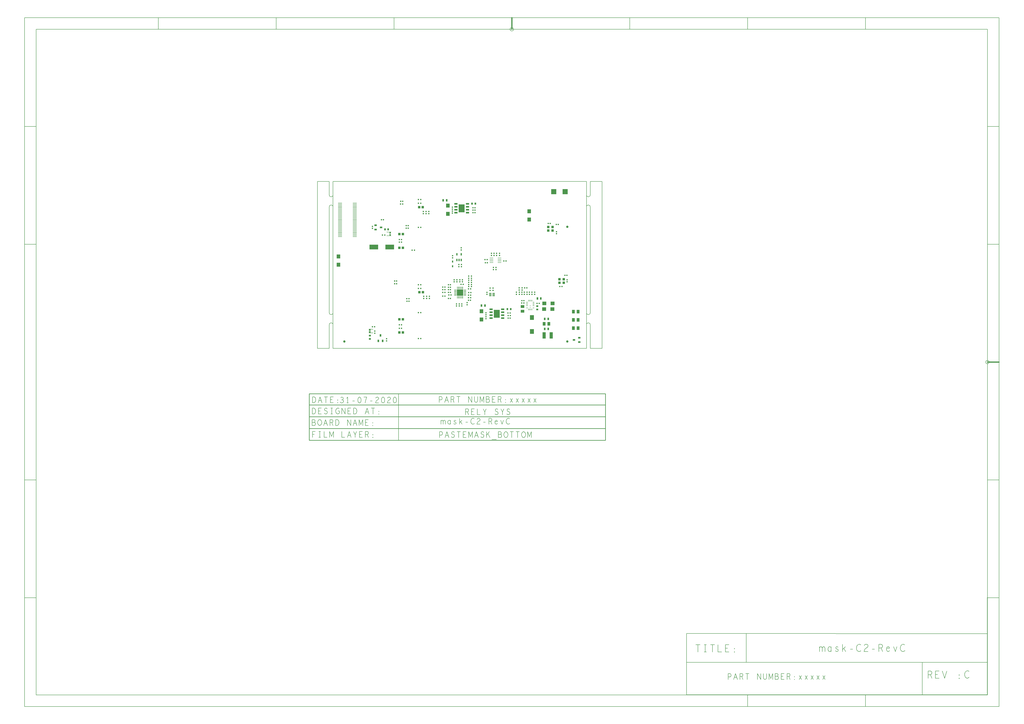
<source format=gbr>
G04 ================== begin FILE IDENTIFICATION RECORD ==================*
G04 Layout Name:  E:/Mask Board/WORK/16-05-22/mask-C2-RevC.brd*
G04 Film Name:    mask-C2-RevC_PMB.gbr*
G04 File Format:  Gerber RS274X*
G04 File Origin:  Cadence Allegro 16.6-P004*
G04 Origin Date:  Mon May 16 22:50:50 2022*
G04 *
G04 Layer:  PIN/PASTEMASK_BOTTOM*
G04 Layer:  PACKAGE GEOMETRY/PASTEMASK_BOTTOM*
G04 Layer:  DRAWING FORMAT/OUTLINE_DATA*
G04 Layer:  BOARD GEOMETRY/OUTLINE*
G04 *
G04 Offset:    (0.00 0.00)*
G04 Mirror:    No*
G04 Mode:      Positive*
G04 Rotation:  0*
G04 FullContactRelief:  No*
G04 UndefLineWidth:     6.00*
G04 ================== end FILE IDENTIFICATION RECORD ====================*
%FSLAX55Y55*MOIN*%
%IR0*IPPOS*OFA0.00000B0.00000*MIA0B0*SFA1.00000B1.00000*%
%ADD47R,.08504X.08898*%
%ADD43R,.055X.11*%
%ADD42R,.02X.02*%
%ADD18R,.021X.021*%
%ADD41R,.0087X.0142*%
%ADD17R,.0244X.0244*%
%ADD40R,.0087X.0157*%
%AMMACRO32*
4,1,21,-.004,.02,
-.004,-.016,
-.003939,-.016695,
-.003759,-.017368,
-.003464,-.018,
-.003064,-.018571,
-.002571,-.019064,
-.002,-.019464,
-.001368,-.019759,
-.000695,-.019939,
0.0,-.02,
.000695,-.019939,
.001368,-.019759,
.002,-.019464,
.002571,-.019064,
.003064,-.018571,
.003464,-.018,
.003759,-.017368,
.003939,-.016695,
.004,-.016,
.004,.02,
-.004,.02,
0.0*
%
%ADD32MACRO32*%
%AMMACRO30*
4,1,21,.02,.004,
-.016,.004,
-.016695,.003939,
-.017368,.003759,
-.018,.003464,
-.018571,.003064,
-.019064,.002571,
-.019464,.002,
-.019759,.001368,
-.019939,.000695,
-.02,0.0,
-.019939,-.000695,
-.019759,-.001368,
-.019464,-.002,
-.019064,-.002571,
-.018571,-.003064,
-.018,-.003464,
-.017368,-.003759,
-.016695,-.003939,
-.016,-.004,
.02,-.004,
.02,.004,
0.0*
%
%ADD30MACRO30*%
%ADD10C,.03937*%
%ADD38R,.0276X.0098*%
%ADD39R,.0098X.0276*%
%ADD14R,.00984X.02362*%
%ADD35R,.05906X.00787*%
%ADD15R,.14764X.07874*%
%ADD12R,.07087X.00787*%
%ADD33R,.09894X.13394*%
%ADD26R,.02X.032*%
%ADD24R,.024X.022*%
%ADD46R,.04X.043*%
%ADD22R,.022X.024*%
%ADD19R,.04X.025*%
%ADD21R,.043X.04*%
%ADD16R,.025X.04*%
%ADD45R,.07X.06*%
%ADD11R,.06X.07*%
%ADD34R,.039X.012*%
%ADD13R,.038X.031*%
%ADD20R,.031X.038*%
%ADD23R,.028X.043*%
%ADD36R,.059X.051*%
%ADD44R,.051X.059*%
%ADD29R,.105X.105*%
%ADD27R,.02362X.04331*%
%AMMACRO31*
4,1,21,.004,-.02,
.004,.016,
.003939,.016695,
.003759,.017368,
.003464,.018,
.003064,.018571,
.002571,.019064,
.002,.019464,
.001368,.019759,
.000695,.019939,
0.0,.02,
-.000695,.019939,
-.001368,.019759,
-.002,.019464,
-.002571,.019064,
-.003064,.018571,
-.003464,.018,
-.003759,.017368,
-.003939,.016695,
-.004,.016,
-.004,-.02,
.004,-.02,
0.0*
%
%ADD31MACRO31*%
%AMMACRO25*
4,1,21,-.02,-.004,
.016,-.004,
.016695,-.003939,
.017368,-.003759,
.018,-.003464,
.018571,-.003064,
.019064,-.002571,
.019464,-.002,
.019759,-.001368,
.019939,-.000695,
.02,0.0,
.019939,.000695,
.019759,.001368,
.019464,.002,
.019064,.002571,
.018571,.003064,
.018,.003464,
.017368,.003759,
.016695,.003939,
.016,.004,
-.02,.004,
-.02,-.004,
0.0*
%
%ADD25MACRO25*%
%ADD28R,.05532X.02764*%
%ADD37R,.0669X.0787*%
%ADD48C,.01*%
%ADD49C,.01969*%
%ADD50C,.005*%
%ADD51C,.006*%
%ADD52C,.00787*%
G75*
%LPD*%
G75*
G36*
G01X61067Y25950D02*
Y28509D01*
X63996D01*
Y25950D01*
X61067D01*
G37*
G36*
G01Y29691D02*
Y32250D01*
X64004D01*
Y29691D01*
X61067D01*
G37*
G36*
G01X98433Y197150D02*
Y194591D01*
X95504D01*
Y197150D01*
X98433D01*
G37*
G36*
G01Y193409D02*
Y190850D01*
X95496D01*
Y193409D01*
X98433D01*
G37*
G54D10*
X19310Y11270D03*
X397590D03*
Y206120D03*
G54D20*
X88171Y201790D03*
X93721D03*
X241608Y245500D03*
X236058D03*
X301695Y66260D03*
X296145D03*
G54D11*
X9351Y141747D03*
Y155747D03*
X194895Y227869D03*
Y241869D03*
X252136Y48750D03*
Y62750D03*
X333000Y218400D03*
Y232400D03*
G54D21*
X112550Y26600D03*
Y49100D03*
Y170268D03*
Y193768D03*
X118650Y26600D03*
Y49100D03*
Y170268D03*
Y193768D03*
X146650Y94900D03*
X146350Y239200D03*
X152750Y94900D03*
X152450Y239200D03*
G54D12*
X12070Y189268D03*
Y191238D03*
Y193208D03*
Y195178D03*
Y197148D03*
Y199118D03*
Y201088D03*
Y203058D03*
Y205028D03*
Y206998D03*
Y208968D03*
Y210938D03*
Y212908D03*
Y214878D03*
Y216848D03*
Y218818D03*
Y220788D03*
Y222758D03*
Y224728D03*
Y226698D03*
Y228668D03*
Y230638D03*
Y232608D03*
Y234568D03*
Y236538D03*
Y238508D03*
Y240478D03*
Y242448D03*
Y244418D03*
Y246388D03*
X36870Y189268D03*
Y206998D03*
Y205028D03*
Y203058D03*
Y201088D03*
Y199118D03*
Y197148D03*
Y195178D03*
Y193208D03*
Y191238D03*
Y222758D03*
Y220788D03*
Y218818D03*
Y216848D03*
Y214878D03*
Y212908D03*
Y210938D03*
Y208968D03*
Y228668D03*
Y230638D03*
Y232608D03*
Y234568D03*
Y236538D03*
Y238508D03*
Y226698D03*
Y224728D03*
Y240478D03*
Y242448D03*
Y244418D03*
Y246388D03*
G54D30*
X223825Y94300D03*
Y92725D03*
Y91150D03*
Y89575D03*
Y99025D03*
Y97450D03*
Y95875D03*
G54D31*
X220450Y86200D03*
X218875D03*
X217300D03*
X215725D03*
X214150D03*
X212575D03*
X211000D03*
G54D13*
X62500Y15825D03*
Y21375D03*
X346800Y71385D03*
Y65835D03*
G54D22*
X108075Y109460D03*
X104675D03*
X128900Y79585D03*
X125500D03*
X127770Y208093D03*
X124370D03*
X118344Y249181D03*
X114944D03*
X199400Y84200D03*
X196000D03*
X199425Y94760D03*
X196025D03*
X199425Y99260D03*
X196025D03*
X199425Y103300D03*
X196025D03*
X199425Y107800D03*
X196025D03*
X240933Y238400D03*
X237533D03*
X240933Y230000D03*
X237533D03*
X300700Y50900D03*
X297300D03*
X300500Y59700D03*
X297100D03*
X320570Y80710D03*
X323970D03*
G54D40*
X334800Y68878D03*
G54D50*
G01X-6200Y-275D02*
X-26200D01*
Y283133D01*
X-6200D01*
G01Y39972D02*
Y-275D01*
G01X0Y39972D02*
Y29972D01*
G01X-6200Y39972D02*
G02X0I3100J0D01*
G01Y59972D02*
G02X-6200I-3100J0D01*
G01X0D02*
Y69972D01*
G01X-6200Y59972D02*
Y229972D01*
G01X0Y239972D02*
Y229972D01*
G01X-6200Y239972D02*
Y229972D01*
G01Y239972D02*
G02X0I3100J0D01*
G01Y259972D02*
G02X-6200I-3100J0D01*
G01X0D02*
Y269972D01*
G01X-6200Y259972D02*
Y283133D01*
G01X430315Y39972D02*
Y29972D01*
G01Y39972D02*
G02X436515I3100J0D01*
G01Y59972D02*
G02X430315I-3100J0D01*
G01D02*
Y69972D01*
G01Y239972D02*
Y229972D01*
G01Y239972D02*
G02X436515I3100J0D01*
G01Y259972D02*
G02X430315I-3100J0D01*
G01D02*
Y269972D01*
G01X436515Y283133D02*
X456515D01*
Y-275D01*
X436515D01*
G01Y39972D02*
Y-275D01*
G01Y59972D02*
Y69972D01*
G01Y239972D02*
Y69972D01*
G01Y259972D02*
Y283133D01*
G54D23*
X192966Y251108D03*
X187060D03*
X258053Y72400D03*
X252147D03*
X346850Y84410D03*
X352750D03*
X359350Y32510D03*
X365250D03*
X359447Y49810D03*
X365353D03*
G54D14*
X65484Y26147D03*
X63516D03*
X61547D03*
Y32053D03*
X63516D03*
X65484D03*
X67453Y26147D03*
Y32053D03*
X95984Y191047D03*
X94016D03*
X92047D03*
Y196953D03*
X94016D03*
X95984D03*
X97953Y191047D03*
Y196953D03*
G54D32*
X211000Y102400D03*
X212575D03*
X214150D03*
X215725D03*
X217300D03*
X218875D03*
X220450D03*
G54D41*
X334800Y71909D03*
G54D51*
G01X-523241Y-608335D02*
Y560956D01*
G01Y-608335D02*
X1130302D01*
G01X-523241Y560956D02*
X1130302D01*
G01X-34740Y-151376D02*
Y-141376D01*
G01X-31740Y-146209D02*
X-34740D01*
G01Y-141376D02*
X-29990D01*
G01X-31515Y-125977D02*
X-35390D01*
G01Y-131310D02*
X-31265D01*
G01X-35390Y-121310D02*
Y-131310D01*
G01X-32015Y-121310D02*
X-35390D01*
G01X-32415Y-101776D02*
X-31415Y-102276D01*
G01X-34915Y-101776D02*
X-32415D01*
G01Y-111776D02*
X-34915D01*
G01X-31415Y-111276D02*
X-32415Y-111776D01*
G01X-34915D02*
Y-101776D01*
G01X-32215Y-92576D02*
X-34715D01*
G01X-31215Y-92076D02*
X-32215Y-92576D01*
G01X-34715D02*
Y-82576D01*
G01X-32215D02*
X-31215Y-83076D01*
G01X-34715Y-82576D02*
X-32215D01*
G01X-23865Y-151376D02*
X-20865D01*
G01X-22365Y-141376D02*
Y-151376D01*
G01X-23865Y-141376D02*
X-20865D01*
G01X-21515Y-131143D02*
X-22515Y-131310D01*
G01X-20640Y-130477D02*
X-21515Y-131143D01*
G01X-19890Y-129477D02*
X-20640Y-130477D01*
G01X-19390Y-128310D02*
X-19890Y-129477D01*
G01X-19140Y-126977D02*
X-19390Y-128310D01*
G01X-19140Y-125643D02*
Y-126977D01*
G01X-19390Y-124310D02*
X-19140Y-125643D01*
G01X-19890Y-123143D02*
X-19390Y-124310D01*
G01X-20640Y-122143D02*
X-19890Y-123143D01*
G01X-21515Y-121477D02*
X-20640Y-122143D01*
G01X-22515Y-121310D02*
X-21515Y-121477D01*
G01X-23515D02*
X-22515Y-121310D01*
G01X-24390Y-122143D02*
X-23515Y-121477D01*
G01X-25140Y-123143D02*
X-24390Y-122143D01*
G01X-25640Y-124310D02*
X-25140Y-123143D01*
G01X-25890Y-125643D02*
X-25640Y-124310D01*
G01X-25890Y-126977D02*
Y-125643D01*
G01X-25640Y-128310D02*
X-25890Y-126977D01*
G01X-25140Y-129477D02*
X-25640Y-128310D01*
G01X-24390Y-130477D02*
X-25140Y-129477D01*
G01X-23515Y-131143D02*
X-24390Y-130477D01*
G01X-22515Y-131310D02*
X-23515Y-131143D01*
G01X-30640Y-126310D02*
X-31515Y-125977D01*
G01X-29890Y-127310D02*
X-30640Y-126310D01*
G01X-29640Y-128477D02*
X-29890Y-127310D01*
G01Y-129643D02*
X-29640Y-128477D01*
G01X-30390Y-130643D02*
X-29890Y-129643D01*
G01X-31265Y-131310D02*
X-30390Y-130643D01*
G01X-31140Y-121810D02*
X-32015Y-121310D01*
G01X-30640Y-122477D02*
X-31140Y-121810D01*
G01X-30390Y-123477D02*
X-30640Y-122477D01*
G01Y-124644D02*
X-30390Y-123477D01*
G01X-31015Y-125477D02*
X-30640Y-124644D01*
G01X-31515Y-125977D02*
X-31015Y-125477D01*
G01X-24665Y-101776D02*
X-19665D01*
G01X-21665Y-106609D02*
X-24665D01*
G01Y-111776D02*
Y-101776D01*
G01X-19665Y-111776D02*
X-24665D01*
G01X-30665Y-110610D02*
X-31415Y-111276D01*
G01X-30040Y-109609D02*
X-30665Y-110610D01*
G01X-29540Y-108443D02*
X-30040Y-109609D01*
G01X-29415Y-106776D02*
X-29540Y-108443D01*
G01Y-105110D02*
X-29415Y-106776D01*
G01X-30040Y-103943D02*
X-29540Y-105110D01*
G01X-30665Y-102943D02*
X-30040Y-103943D01*
G01X-31415Y-102276D02*
X-30665Y-102943D01*
G01X-19965Y-89076D02*
X-23965D01*
G01X-21965Y-82576D02*
X-18840Y-92576D01*
G01X-25090D02*
X-21965Y-82576D01*
G01X-29340Y-85910D02*
X-29215Y-87576D01*
G01X-29840Y-84743D02*
X-29340Y-85910D01*
G01X-30465Y-83743D02*
X-29840Y-84743D01*
G01X-31215Y-83076D02*
X-30465Y-83743D01*
G01Y-91410D02*
X-31215Y-92076D01*
G01X-29840Y-90409D02*
X-30465Y-91410D01*
G01X-29340Y-89243D02*
X-29840Y-90409D01*
G01X-29215Y-87576D02*
X-29340Y-89243D01*
G01X-2365Y-149709D02*
X885Y-141376D01*
G01X-5615D02*
X-2365Y-149709D01*
G01X-5615Y-151376D02*
Y-141376D01*
G01X-14865Y-151376D02*
X-9865D01*
G01X-14865Y-141376D02*
Y-151376D01*
G01X-1890Y-126477D02*
X-15Y-131310D01*
G01X-1890Y-126477D02*
X-5015D01*
G01X-1015Y-125977D02*
X-1890Y-126477D01*
G01X-265Y-125143D02*
X-1015Y-125977D01*
G01X-15Y-123810D02*
X-265Y-125143D01*
G01Y-122477D02*
X-15Y-123810D01*
G01X-890Y-121810D02*
X-265Y-122477D01*
G01X-1890Y-121310D02*
X-890Y-121810D01*
G01X-5015Y-121310D02*
X-1890D01*
G01X-5015Y-131310D02*
Y-121310D01*
G01X-12515D02*
X-9390Y-131310D01*
G01X-10515Y-127810D02*
X-14515D01*
G01X-15640Y-131310D02*
X-12515Y-121310D01*
G01X-3665Y-101776D02*
X-665D01*
G01X-11665D02*
X-10790Y-102109D01*
G01X-12540Y-101776D02*
X-11665D01*
G01X-3665Y-111776D02*
X-665D01*
G01X-2165Y-101776D02*
Y-111776D01*
G01X-10790Y-102109D02*
X-10040Y-102943D01*
G01X-11540Y-106443D02*
X-13040Y-106109D01*
G01X-10415Y-107109D02*
X-11540Y-106443D01*
G01X-9790Y-108110D02*
X-10415Y-107109D01*
G01X-9540Y-109276D02*
X-9790Y-108110D01*
G01X-9915Y-110443D02*
X-9540Y-109276D01*
G01X-10665Y-111276D02*
X-9915Y-110443D01*
G01X-11665Y-111776D02*
X-10665Y-111276D01*
G01X-12665Y-111776D02*
X-11665D01*
G01X-13415Y-102276D02*
X-12540Y-101776D01*
G01X-14040Y-103109D02*
X-13415Y-102276D01*
G01X-14290Y-104276D02*
X-14040Y-103109D01*
G01X-13915Y-105443D02*
X-14290Y-104276D01*
G01X-13040Y-106109D02*
X-13915Y-105443D01*
G01X-13790Y-111276D02*
X-12665Y-111776D01*
G01X-14790Y-110443D02*
X-13790Y-111276D01*
G01X-1465Y-87409D02*
X-4465D01*
G01Y-92576D02*
Y-82576D01*
G01X535Y-92576D02*
X-4465D01*
G01X-11965Y-82576D02*
Y-92576D01*
G01X-4465Y-82576D02*
X535D01*
G01X-14840D02*
X-9090D01*
G01X430315Y-275D02*
Y283133D01*
X0D01*
Y-275D01*
X430315D01*
G01X15135Y-151376D02*
X20135D01*
G01X15135Y-141376D02*
Y-151376D01*
G01X885Y-141376D02*
Y-151376D01*
G01X7235Y-131310D02*
X4735D01*
G01X8235Y-130810D02*
X7235Y-131310D01*
G01X8985Y-130144D02*
X8235Y-130810D01*
G01X9610Y-129143D02*
X8985Y-130144D01*
G01X10110Y-127977D02*
X9610Y-129143D01*
G01X10235Y-126310D02*
X10110Y-127977D01*
G01Y-124644D02*
X10235Y-126310D01*
G01X9610Y-123477D02*
X10110Y-124644D01*
G01X8985Y-122477D02*
X9610Y-123477D01*
G01X8235Y-121810D02*
X8985Y-122477D01*
G01X7235Y-121310D02*
X8235Y-121810D01*
G01X4735Y-121310D02*
X7235D01*
G01X4735Y-131310D02*
Y-121310D01*
G01X8710Y-101776D02*
X9710Y-102109D01*
G01X7835Y-101776D02*
X8710D01*
G01X6835Y-102276D02*
X7835Y-101776D01*
G01X14960D02*
X20710Y-111776D01*
G01X14960D02*
Y-101776D01*
G01X9710Y-102109D02*
X10460Y-102776D01*
G01X6085Y-102943D02*
X6835Y-102276D01*
G01X5335Y-103943D02*
X6085Y-102943D01*
G01X4835Y-105110D02*
X5335Y-103943D01*
G01X4585Y-106109D02*
X4835Y-105110D01*
G01X4585Y-107276D02*
Y-106109D01*
G01X4835Y-108609D02*
X4585Y-107276D01*
G01X5335Y-109776D02*
X4835Y-108609D01*
G01X6085Y-110776D02*
X5335Y-109776D01*
G01X6960Y-111443D02*
X6085Y-110776D01*
G01X8210Y-111776D02*
X6960Y-111443D01*
G01X9460D02*
X8210Y-111776D01*
G01X10335Y-110776D02*
X9460Y-111443D01*
G01X11085Y-109776D02*
X10335Y-110776D01*
G01X11085Y-106776D02*
Y-109776D01*
G01X8585Y-106776D02*
X11085D01*
G01X12200Y-91000D02*
X12950Y-92167D01*
X13950Y-92833D01*
X15075Y-93000D01*
X16075Y-92833D01*
X17075Y-92000D01*
X17700Y-91000D01*
X17825Y-90000D01*
X17575Y-88834D01*
X16700Y-88000D01*
X15825Y-87667D01*
X14700D01*
G01X15825D02*
X16575Y-87167D01*
X17200Y-86334D01*
X17450Y-85333D01*
X17200Y-84333D01*
X16575Y-83500D01*
X15450Y-83000D01*
X14325Y-83167D01*
X13200Y-83833D01*
G01X24950Y-93000D02*
Y-83000D01*
X23450Y-85000D01*
G01Y-93000D02*
X26450D01*
G01X33325Y-89667D02*
X36575D01*
G01X44950Y-83000D02*
X43950Y-83333D01*
X43200Y-84167D01*
X42700Y-85167D01*
X42325Y-86500D01*
X42200Y-88000D01*
X42325Y-89500D01*
X42700Y-90833D01*
X43200Y-91834D01*
X43950Y-92667D01*
X44950Y-93000D01*
X45950Y-92667D01*
X46700Y-91834D01*
X47200Y-90833D01*
X47575Y-89500D01*
X47700Y-88000D01*
X47575Y-86500D01*
X47200Y-85167D01*
X46700Y-84167D01*
X45950Y-83333D01*
X44950Y-83000D01*
G01X54700Y-93000D02*
X54950Y-90833D01*
X55325Y-89000D01*
X55825Y-87333D01*
X56450Y-85500D01*
X57450Y-83000D01*
X52450D01*
G01X63325Y-89667D02*
X66575D01*
G01X72575Y-84667D02*
X73325Y-83667D01*
X74200Y-83167D01*
X75200Y-83000D01*
X76450Y-83333D01*
X77325Y-84167D01*
X77575Y-85167D01*
X77450Y-86167D01*
X76950Y-87000D01*
X74450Y-88667D01*
X73325Y-89833D01*
X72575Y-91500D01*
X72325Y-93000D01*
X77575D01*
G01X84950Y-83000D02*
X83950Y-83333D01*
X83200Y-84167D01*
X82700Y-85167D01*
X82325Y-86500D01*
X82200Y-88000D01*
X82325Y-89500D01*
X82700Y-90833D01*
X83200Y-91834D01*
X83950Y-92667D01*
X84950Y-93000D01*
X85950Y-92667D01*
X86700Y-91834D01*
X87200Y-90833D01*
X87575Y-89500D01*
X87700Y-88000D01*
X87575Y-86500D01*
X87200Y-85167D01*
X86700Y-84167D01*
X85950Y-83333D01*
X84950Y-83000D01*
G01X92575Y-84667D02*
X93325Y-83667D01*
X94200Y-83167D01*
X95200Y-83000D01*
X96450Y-83333D01*
X97325Y-84167D01*
X97575Y-85167D01*
X97450Y-86167D01*
X96950Y-87000D01*
X94450Y-88667D01*
X93325Y-89833D01*
X92575Y-91500D01*
X92325Y-93000D01*
X97575D01*
G01X104950Y-83000D02*
X103950Y-83333D01*
X103200Y-84167D01*
X102700Y-85167D01*
X102325Y-86500D01*
X102200Y-88000D01*
X102325Y-89500D01*
X102700Y-90833D01*
X103200Y-91834D01*
X103950Y-92667D01*
X104950Y-93000D01*
X105950Y-92667D01*
X106700Y-91834D01*
X107200Y-90833D01*
X107575Y-89500D01*
X107700Y-88000D01*
X107575Y-86500D01*
X107200Y-85167D01*
X106700Y-84167D01*
X105950Y-83333D01*
X104950Y-83000D01*
G01X8285Y-88243D02*
X8035Y-88410D01*
G01X8285Y-87909D02*
Y-88243D01*
G01X8035Y-87743D02*
X8285Y-87909D01*
G01X7785D02*
X8035Y-87743D01*
G01X7785Y-88243D02*
Y-87909D01*
G01X8035Y-88410D02*
X7785Y-88243D01*
G01X8285Y-92743D02*
X8035Y-92909D01*
G01X8285Y-92409D02*
Y-92743D01*
G01X8035Y-92243D02*
X8285Y-92409D01*
G01X7785D02*
X8035Y-92243D01*
G01X7785Y-92743D02*
Y-92409D01*
G01X8035Y-92909D02*
X7785Y-92743D01*
G01X29635Y-147876D02*
X25635D01*
G01X27635Y-141376D02*
X30760Y-151376D01*
G01X24510D02*
X27635Y-141376D01*
G01X30360Y-131310D02*
Y-121310D01*
G01X24610D02*
X30360Y-131310D01*
G01X24610D02*
Y-121310D01*
G01X25335Y-101776D02*
X30335D01*
G01X28335Y-106609D02*
X25335D01*
G01Y-111776D02*
Y-101776D01*
G01X30335Y-111776D02*
X25335D01*
G01X20710D02*
Y-101776D01*
G01X45135Y-151376D02*
Y-141376D01*
G01X50135Y-151376D02*
X45135D01*
G01X37635D02*
Y-146876D01*
G01X48135Y-146209D02*
X45135D01*
G01Y-141376D02*
X50135D01*
G01X40135D02*
X37635Y-146876D01*
G01D02*
X35135Y-141376D01*
G01X47485Y-129643D02*
X50735Y-121310D01*
G01X44235D02*
X47485Y-129643D01*
G01X44235Y-131310D02*
Y-121310D01*
G01X39485Y-127810D02*
X35485D01*
G01X37485Y-121310D02*
X40610Y-131310D01*
G01X34360D02*
X37485Y-121310D01*
G01X37585Y-101776D02*
X38585Y-102276D01*
G01Y-111276D02*
X37585Y-111776D01*
G01X39335Y-110610D02*
X38585Y-111276D01*
G01X39960Y-109609D02*
X39335Y-110610D01*
G01X40460Y-108443D02*
X39960Y-109609D01*
G01X40585Y-106776D02*
X40460Y-108443D01*
G01Y-105110D02*
X40585Y-106776D01*
G01X39960Y-103943D02*
X40460Y-105110D01*
G01X39335Y-102943D02*
X39960Y-103943D01*
G01X38585Y-102276D02*
X39335Y-102943D01*
G01X35085Y-101776D02*
X37585D01*
G01Y-111776D02*
X35085D01*
G01D02*
Y-101776D01*
G01X58260Y-146543D02*
X60135Y-151376D01*
G01X55135D02*
Y-141376D01*
G01X58260Y-146543D02*
X55135D01*
G01X59135Y-146043D02*
X58260Y-146543D01*
G01X59885Y-145209D02*
X59135Y-146043D01*
G01X60135Y-143876D02*
X59885Y-145209D01*
G01Y-142543D02*
X60135Y-143876D01*
G01X59260Y-141876D02*
X59885Y-142543D01*
G01X58260Y-141376D02*
X59260Y-141876D01*
G01X55135Y-141376D02*
X58260D01*
G01X57985Y-126143D02*
X54985D01*
G01Y-121310D02*
X59985D01*
G01X54985Y-131310D02*
Y-121310D01*
G01X59985Y-131310D02*
X54985D01*
G01X50735Y-121310D02*
Y-131310D01*
G01X59835Y-108276D02*
X55835D01*
G01X57835Y-101776D02*
X60960Y-111776D01*
G01X54710D02*
X57835Y-101776D01*
G01X67885Y-151543D02*
X67635Y-151709D01*
G01X67885Y-151209D02*
Y-151543D01*
G01X67635Y-151043D02*
X67885Y-151209D01*
G01X67385D02*
X67635Y-151043D01*
G01X67385Y-151543D02*
Y-151209D01*
G01X67635Y-151709D02*
X67385Y-151543D01*
G01X67885Y-147043D02*
X67635Y-147210D01*
G01X67885Y-146709D02*
Y-147043D01*
G01X67635Y-146543D02*
X67885Y-146709D01*
G01X67385D02*
X67635Y-146543D01*
G01X67385Y-147043D02*
Y-146709D01*
G01X67635Y-147210D02*
X67385Y-147043D01*
G01X67735Y-126977D02*
X67485Y-127144D01*
G01X67735Y-126643D02*
Y-126977D01*
G01X67485Y-126477D02*
X67735Y-126643D01*
G01Y-131477D02*
X67485Y-131643D01*
G01X67735Y-131143D02*
Y-131477D01*
G01X67485Y-130977D02*
X67735Y-131143D01*
G01X67235Y-126643D02*
X67485Y-126477D01*
G01X67235Y-126977D02*
Y-126643D01*
G01X67485Y-127144D02*
X67235Y-126977D01*
G01Y-131143D02*
X67485Y-130977D01*
G01X67235Y-131477D02*
Y-131143D01*
G01X67485Y-131643D02*
X67235Y-131477D01*
G01X78085Y-107443D02*
X77835Y-107610D01*
G01X78085Y-107109D02*
Y-107443D01*
G01X77835Y-106943D02*
X78085Y-107109D01*
G01X77585D02*
X77835Y-106943D01*
G01X77585Y-107443D02*
Y-107109D01*
G01X77835Y-107610D02*
X77585Y-107443D01*
G01X78085Y-111943D02*
X77835Y-112109D01*
G01X78085Y-111609D02*
Y-111943D01*
G01X77835Y-111443D02*
X78085Y-111609D01*
G01X77585D02*
X77835Y-111443D01*
G01X77585Y-111943D02*
Y-111609D01*
G01X77835Y-112109D02*
X77585Y-111943D01*
G01X67835Y-101776D02*
Y-111776D01*
G01X64960Y-101776D02*
X70710D01*
G01X111485Y-77697D02*
Y-155856D01*
G01X180975Y-151675D02*
Y-141675D01*
X183975D01*
X184975Y-142175D01*
X185725Y-143342D01*
X185975Y-144675D01*
X185725Y-146008D01*
X185100Y-147008D01*
X183975Y-147509D01*
X180975D01*
G01X190350Y-151675D02*
X193475Y-141675D01*
X196600Y-151675D01*
G01X195475Y-148175D02*
X191475D01*
G01X200850Y-150342D02*
X201850Y-151175D01*
X202975Y-151675D01*
X203975D01*
X204975Y-151175D01*
X205725Y-150342D01*
X206100Y-149175D01*
X205850Y-148009D01*
X205225Y-147008D01*
X204100Y-146342D01*
X202600Y-146008D01*
X201725Y-145342D01*
X201350Y-144175D01*
X201600Y-143008D01*
X202225Y-142175D01*
X203100Y-141675D01*
X203975D01*
X204850Y-142008D01*
X205600Y-142842D01*
G01X213475Y-141675D02*
Y-151675D01*
G01X210600Y-141675D02*
X216350D01*
G01X225975Y-151675D02*
X220975D01*
Y-141675D01*
X225975D01*
G01X223975Y-146508D02*
X220975D01*
G01X230225Y-151675D02*
Y-141675D01*
X233475Y-150008D01*
X236725Y-141675D01*
Y-151675D01*
G01X240350D02*
X243475Y-141675D01*
X246600Y-151675D01*
G01X245475Y-148175D02*
X241475D01*
G01X250850Y-150342D02*
X251850Y-151175D01*
X252975Y-151675D01*
X253975D01*
X254975Y-151175D01*
X255725Y-150342D01*
X256100Y-149175D01*
X255850Y-148009D01*
X255225Y-147008D01*
X254100Y-146342D01*
X252600Y-146008D01*
X251725Y-145342D01*
X251350Y-144175D01*
X251600Y-143008D01*
X252225Y-142175D01*
X253100Y-141675D01*
X253975D01*
X254850Y-142008D01*
X255600Y-142842D01*
G01X260725Y-151675D02*
Y-141675D01*
G01X265475D02*
X260725Y-147842D01*
G01X266225Y-151675D02*
X262850Y-145009D01*
G01X269725Y-155008D02*
X277225D01*
G01X284475Y-146342D02*
X284975Y-145842D01*
X285350Y-145009D01*
X285600Y-143842D01*
X285350Y-142842D01*
X284850Y-142175D01*
X283975Y-141675D01*
X280600D01*
Y-151675D01*
X284725D01*
X285600Y-151008D01*
X286100Y-150008D01*
X286350Y-148842D01*
X286100Y-147675D01*
X285350Y-146675D01*
X284475Y-146342D01*
X280600D01*
G01X293475Y-151675D02*
X292475Y-151508D01*
X291600Y-150842D01*
X290850Y-149842D01*
X290350Y-148675D01*
X290100Y-147342D01*
Y-146008D01*
X290350Y-144675D01*
X290850Y-143508D01*
X291600Y-142508D01*
X292475Y-141842D01*
X293475Y-141675D01*
X294475Y-141842D01*
X295350Y-142508D01*
X296100Y-143508D01*
X296600Y-144675D01*
X296850Y-146008D01*
Y-147342D01*
X296600Y-148675D01*
X296100Y-149842D01*
X295350Y-150842D01*
X294475Y-151508D01*
X293475Y-151675D01*
G01X303475Y-141675D02*
Y-151675D01*
G01X300600Y-141675D02*
X306350D01*
G01X313475D02*
Y-151675D01*
G01X310600Y-141675D02*
X316350D01*
G01X323475Y-151675D02*
X322475Y-151508D01*
X321600Y-150842D01*
X320850Y-149842D01*
X320350Y-148675D01*
X320100Y-147342D01*
Y-146008D01*
X320350Y-144675D01*
X320850Y-143508D01*
X321600Y-142508D01*
X322475Y-141842D01*
X323475Y-141675D01*
X324475Y-141842D01*
X325350Y-142508D01*
X326100Y-143508D01*
X326600Y-144675D01*
X326850Y-146008D01*
Y-147342D01*
X326600Y-148675D01*
X326100Y-149842D01*
X325350Y-150842D01*
X324475Y-151508D01*
X323475Y-151675D01*
G01X330225D02*
Y-141675D01*
X333475Y-150008D01*
X336725Y-141675D01*
Y-151675D01*
G01X183240Y-129040D02*
Y-122374D01*
G01Y-124207D02*
X183615Y-123373D01*
X184240Y-122707D01*
X185115Y-122374D01*
X185990Y-122707D01*
X186615Y-123373D01*
X186990Y-124207D01*
Y-129040D01*
G01Y-124207D02*
X187365Y-123373D01*
X187990Y-122707D01*
X188865Y-122374D01*
X189740Y-122707D01*
X190365Y-123373D01*
X190740Y-124373D01*
Y-129040D01*
G01X199240D02*
Y-122374D01*
G01Y-123540D02*
X198740Y-122873D01*
X197990Y-122540D01*
X197115Y-122374D01*
X196240Y-122707D01*
X195490Y-123373D01*
X194990Y-124373D01*
X194740Y-125707D01*
X194990Y-127040D01*
X195490Y-128040D01*
X196240Y-128707D01*
X197115Y-129040D01*
X197990Y-128873D01*
X198740Y-128373D01*
X199240Y-127707D01*
G01X205115Y-127874D02*
X205740Y-128540D01*
X206615Y-129040D01*
X207365D01*
X208115Y-128707D01*
X208615Y-128207D01*
X208865Y-127540D01*
X208740Y-126540D01*
X208240Y-126040D01*
X205990Y-125040D01*
X205490Y-123873D01*
X205740Y-123040D01*
X206240Y-122540D01*
X206990Y-122374D01*
X207740Y-122540D01*
X208490Y-123040D01*
G01X214865Y-129040D02*
Y-119040D01*
G01X218865Y-122374D02*
X214865Y-126207D01*
G01X216490Y-124707D02*
X219115Y-129040D01*
G01X225365Y-125707D02*
X228615D01*
G01X239740Y-119873D02*
X238990Y-119373D01*
X238115Y-119040D01*
X237115D01*
X235990Y-119540D01*
X235115Y-120373D01*
X234490Y-121373D01*
X233990Y-123040D01*
X233865Y-124540D01*
X234115Y-126040D01*
X234490Y-127040D01*
X235240Y-128040D01*
X236115Y-128707D01*
X236990Y-129040D01*
X237865D01*
X238740Y-128707D01*
X239490Y-128207D01*
X240115Y-127540D01*
G01X244615Y-120707D02*
X245365Y-119707D01*
X246240Y-119207D01*
X247240Y-119040D01*
X248490Y-119373D01*
X249365Y-120207D01*
X249615Y-121207D01*
X249490Y-122207D01*
X248990Y-123040D01*
X246490Y-124707D01*
X245365Y-125873D01*
X244615Y-127540D01*
X244365Y-129040D01*
X249615D01*
G01X255365Y-125707D02*
X258615D01*
G01X264490Y-129040D02*
Y-119040D01*
X267615D01*
X268615Y-119540D01*
X269240Y-120207D01*
X269490Y-121540D01*
X269240Y-122873D01*
X268490Y-123707D01*
X267615Y-124207D01*
X264490D01*
G01X267615D02*
X269490Y-129040D01*
G01X275115Y-124540D02*
X279115D01*
X278740Y-123373D01*
X278115Y-122707D01*
X277240Y-122374D01*
X276365Y-122540D01*
X275615Y-123040D01*
X275115Y-124207D01*
X274865Y-125207D01*
Y-126207D01*
X275115Y-127207D01*
X275740Y-128207D01*
X276490Y-128873D01*
X277365Y-129040D01*
X278240Y-128707D01*
X279115Y-127707D01*
G01X284740Y-122374D02*
X286990Y-129040D01*
X289240Y-122374D01*
G01X299740Y-119873D02*
X298990Y-119373D01*
X298115Y-119040D01*
X297115D01*
X295990Y-119540D01*
X295115Y-120373D01*
X294490Y-121373D01*
X293990Y-123040D01*
X293865Y-124540D01*
X294115Y-126040D01*
X294490Y-127040D01*
X295240Y-128040D01*
X296115Y-128707D01*
X296990Y-129040D01*
X297865D01*
X298740Y-128707D01*
X299490Y-128207D01*
X300115Y-127540D01*
G01X185385Y-84910D02*
X185135Y-86243D01*
G01Y-83577D02*
X185385Y-84910D01*
G01X184385Y-82410D02*
X185135Y-83577D01*
G01X194885Y-88410D02*
X190885D01*
G01X189760Y-91910D02*
X192885Y-81910D01*
G01X183385Y-87744D02*
X180385D01*
G01X184510Y-87243D02*
X183385Y-87744D01*
G01X185135Y-86243D02*
X184510Y-87243D01*
G01X180385Y-91910D02*
Y-81910D01*
G01X183385D02*
X184385Y-82410D01*
G01X180385Y-81910D02*
X183385D01*
G01X192885D02*
X196010Y-91910D01*
G01X205135Y-85743D02*
X204385Y-86577D01*
G01X205385Y-84410D02*
X205135Y-85743D01*
G01Y-83077D02*
X205385Y-84410D01*
G01X203510Y-87077D02*
X205385Y-91910D01*
G01X203510Y-87077D02*
X200385D01*
G01X204385Y-86577D02*
X203510Y-87077D01*
G01X200385Y-91910D02*
Y-81910D01*
G01X204510Y-82410D02*
X205135Y-83077D01*
G01X203510Y-81910D02*
X204510Y-82410D01*
G01X200385Y-81910D02*
X203510D01*
G01X228260Y-108143D02*
X225135D01*
G01Y-102976D02*
X228260D01*
G01X225135Y-112976D02*
Y-102976D01*
G01X212885Y-81910D02*
Y-91910D01*
G01X210010Y-81910D02*
X215760D01*
G01X238135Y-107809D02*
X235135D01*
G01Y-102976D02*
X240135D01*
G01X235135Y-112976D02*
Y-102976D01*
G01X240135Y-112976D02*
X235135D01*
G01X229885Y-106809D02*
X229135Y-107643D01*
G01X230135Y-105476D02*
X229885Y-106809D01*
G01Y-104143D02*
X230135Y-105476D01*
G01X229260Y-103476D02*
X229885Y-104143D01*
G01X228260Y-108143D02*
X230135Y-112976D01*
G01X229135Y-107643D02*
X228260Y-108143D01*
G01Y-102976D02*
X229260Y-103476D01*
G01X240635Y-90577D02*
X241635Y-91577D01*
G01X240135Y-89077D02*
X240635Y-90577D01*
G01X240135Y-81910D02*
Y-89077D01*
G01X235760Y-91910D02*
Y-81910D01*
G01X230010D02*
X235760Y-91910D01*
G01X230010D02*
Y-81910D01*
G01X260135Y-102976D02*
X257635Y-108476D01*
G01D02*
X255135Y-102976D01*
G01X257635Y-112976D02*
Y-108476D01*
G01X245135Y-112976D02*
X250135D01*
G01X245135Y-102976D02*
Y-112976D01*
G01X256135Y-81910D02*
Y-91910D01*
G01X252885Y-90243D02*
X256135Y-81910D01*
G01X249635D02*
X252885Y-90243D01*
G01X249635Y-91910D02*
Y-81910D01*
G01X245635Y-89077D02*
Y-81910D01*
G01X245135Y-90577D02*
X245635Y-89077D01*
G01X244135Y-91577D02*
X245135Y-90577D01*
G01X242885Y-91910D02*
X244135Y-91577D01*
G01X241635D02*
X242885Y-91910D01*
G01X265010Y-84077D02*
X264760Y-83077D01*
G01Y-85244D02*
X265010Y-84077D01*
G01X264385Y-86077D02*
X264760Y-85244D01*
G01X263885Y-86577D02*
X264385Y-86077D01*
G01X273385Y-86743D02*
X270385D01*
G01Y-91910D02*
Y-81910D01*
G01X275385Y-91910D02*
X270385D01*
G01X264760Y-86910D02*
X263885Y-86577D01*
G01X265510Y-87910D02*
X264760Y-86910D01*
G01X265760Y-89077D02*
X265510Y-87910D01*
G01Y-90243D02*
X265760Y-89077D01*
G01X265010Y-91243D02*
X265510Y-90243D01*
G01X264135Y-91910D02*
X265010Y-91243D01*
G01X263885Y-86577D02*
X260010D01*
G01Y-91910D02*
X264135D01*
G01X260010Y-81910D02*
Y-91910D01*
G01X270385Y-81910D02*
X275385D01*
G01X264260Y-82410D02*
X263385Y-81910D01*
G01X264760Y-83077D02*
X264260Y-82410D01*
G01X263385Y-81910D02*
X260010D01*
G01X290135Y-102976D02*
X287635Y-108476D01*
G01D02*
X285135Y-102976D01*
G01X287635Y-112976D02*
Y-108476D01*
G01X279010Y-103309D02*
X279760Y-104143D01*
G01X278135Y-102976D02*
X279010Y-103309D01*
G01X277260Y-102976D02*
X278135D01*
G01X278260Y-107643D02*
X276760Y-107309D01*
G01X279385Y-108309D02*
X278260Y-107643D01*
G01X280010Y-109310D02*
X279385Y-108309D01*
G01X280260Y-110476D02*
X280010Y-109310D01*
G01X279885Y-111643D02*
X280260Y-110476D01*
G01X279135Y-112476D02*
X279885Y-111643D01*
G01X278135Y-112976D02*
X279135Y-112476D01*
G01X277135Y-112976D02*
X278135D01*
G01X276385Y-103476D02*
X277260Y-102976D01*
G01X275760Y-104309D02*
X276385Y-103476D01*
G01X275510Y-105476D02*
X275760Y-104309D01*
G01X275885Y-106643D02*
X275510Y-105476D01*
G01X276760Y-107309D02*
X275885Y-106643D01*
G01X276010Y-112476D02*
X277135Y-112976D01*
G01X275010Y-111643D02*
X276010Y-112476D01*
G01X285135Y-85743D02*
X284385Y-86577D01*
G01X285385Y-84410D02*
X285135Y-85743D01*
G01Y-83077D02*
X285385Y-84410D01*
G01X283510Y-87077D02*
X285385Y-91910D01*
G01X283510Y-87077D02*
X280385D01*
G01X284385Y-86577D02*
X283510Y-87077D01*
G01X280385Y-91910D02*
Y-81910D01*
G01X284510Y-82410D02*
X285135Y-83077D01*
G01X283510Y-81910D02*
X284510Y-82410D01*
G01X280385Y-81910D02*
X283510D01*
G01X299010Y-103309D02*
X299760Y-104143D01*
G01X298135Y-102976D02*
X299010Y-103309D01*
G01X297260Y-102976D02*
X298135D01*
G01X296385Y-103476D02*
X297260Y-102976D01*
G01X295760Y-104309D02*
X296385Y-103476D01*
G01X295510Y-105476D02*
X295760Y-104309D01*
G01X295885Y-106643D02*
X295510Y-105476D01*
G01X296760Y-107309D02*
X295885Y-106643D01*
G01X298260Y-107643D02*
X296760Y-107309D01*
G01X299385Y-108309D02*
X298260Y-107643D01*
G01X300010Y-109310D02*
X299385Y-108309D01*
G01X300260Y-110476D02*
X300010Y-109310D01*
G01X299885Y-111643D02*
X300260Y-110476D01*
G01X299135Y-112476D02*
X299885Y-111643D01*
G01X298135Y-112976D02*
X299135Y-112476D01*
G01X297135Y-112976D02*
X298135D01*
G01X296010Y-112476D02*
X297135Y-112976D01*
G01X295010Y-111643D02*
X296010Y-112476D01*
G01X304760Y-85244D02*
X301010Y-91910D01*
G01Y-85244D02*
X304760Y-91910D01*
G01X293135Y-87577D02*
X292885Y-87744D01*
G01X293135Y-87243D02*
Y-87577D01*
G01X292885Y-87077D02*
X293135Y-87243D01*
G01Y-92077D02*
X292885Y-92243D01*
G01X293135Y-91743D02*
Y-92077D01*
G01X292885Y-91577D02*
X293135Y-91743D01*
G01X292635Y-87243D02*
X292885Y-87077D01*
G01X292635Y-87577D02*
Y-87243D01*
G01X292885Y-87744D02*
X292635Y-87577D01*
G01Y-91743D02*
X292885Y-91577D01*
G01X292635Y-92077D02*
Y-91743D01*
G01X292885Y-92243D02*
X292635Y-92077D01*
G01X324760Y-85244D02*
X321010Y-91910D01*
G01Y-85244D02*
X324760Y-91910D01*
G01X314760Y-85244D02*
X311010Y-91910D01*
G01Y-85244D02*
X314760Y-91910D01*
G01X334760Y-85244D02*
X331010Y-91910D01*
G01Y-85244D02*
X334760Y-91910D01*
G01X341010Y-85244D02*
X344760Y-91910D01*
G01Y-85244D02*
X341010Y-91910D01*
G01X600009Y-588311D02*
X1110245D01*
G01X600009Y-484466D02*
Y-588311D01*
G01Y-533193D02*
X1110245D01*
G01X600009Y-484466D02*
X1110485Y-484666D01*
G01X619335Y-503166D02*
Y-515666D01*
G01X615770Y-503166D02*
X622900D01*
G01X629875D02*
X633595D01*
G01X631735D02*
Y-515666D01*
G01X629875D02*
X633595D01*
G01X640570Y-503166D02*
X647700D01*
G01X644135D02*
Y-515666D01*
G01X653435Y-503166D02*
Y-515666D01*
G01D02*
X659635D01*
G01X670585Y-562200D02*
Y-552200D01*
G01D02*
X673585D01*
G01D02*
X674585Y-552700D01*
G01D02*
X675335Y-553867D01*
G01D02*
X675585Y-555200D01*
G01D02*
X675335Y-556533D01*
G01D02*
X674710Y-557533D01*
G01D02*
X673585Y-558034D01*
G01D02*
X670585D01*
G01X672035Y-515666D02*
X665835D01*
G01D02*
Y-503166D01*
G01D02*
X672035D01*
G01X669555Y-509208D02*
X665835D01*
G01X679960Y-562200D02*
X683085Y-552200D01*
G01D02*
X686210Y-562200D01*
G01X685085Y-558700D02*
X681085D01*
G01X690585Y-562200D02*
Y-552200D01*
G01D02*
X693710D01*
G01Y-557367D02*
X690585D01*
G01X681335Y-516083D02*
X681025Y-515874D01*
G01D02*
Y-515458D01*
G01D02*
X681335Y-515249D01*
G01D02*
X681645Y-515458D01*
G01D02*
Y-515874D01*
G01D02*
X681335Y-516083D01*
G01Y-510458D02*
X681025Y-510249D01*
G01D02*
Y-509833D01*
G01D02*
X681335Y-509624D01*
G01D02*
X681645Y-509833D01*
G01D02*
Y-510249D01*
G01D02*
X681335Y-510458D01*
G01X693710Y-552200D02*
X694710Y-552700D01*
G01D02*
X695335Y-553367D01*
G01D02*
X695585Y-554700D01*
G01D02*
X695335Y-556033D01*
G01D02*
X694585Y-556867D01*
G01D02*
X693710Y-557367D01*
G01D02*
X695585Y-562200D01*
G01X703085Y-552200D02*
Y-562200D01*
G01X700210Y-552200D02*
X705960D01*
G01X701485Y-484466D02*
Y-532625D01*
G01X720210Y-562200D02*
Y-552200D01*
G01D02*
X725960Y-562200D01*
G01D02*
Y-552200D01*
G01X730335D02*
Y-559367D01*
G01D02*
X730835Y-560867D01*
G01D02*
X731835Y-561867D01*
G01D02*
X733085Y-562200D01*
G01D02*
X734335Y-561867D01*
G01D02*
X735335Y-560867D01*
G01D02*
X735835Y-559367D01*
G01D02*
Y-552200D01*
G01X739835Y-562200D02*
Y-552200D01*
G01D02*
X743085Y-560533D01*
G01D02*
X746335Y-552200D01*
G01D02*
Y-562200D01*
G01X754085Y-556867D02*
X754585Y-556367D01*
G01D02*
X754960Y-555534D01*
G01D02*
X755210Y-554367D01*
G01D02*
X754960Y-553367D01*
G01D02*
X754460Y-552700D01*
G01D02*
X753585Y-552200D01*
G01D02*
X750210D01*
G01D02*
Y-562200D01*
G01D02*
X754335D01*
G01D02*
X755210Y-561533D01*
G01D02*
X755710Y-560533D01*
G01D02*
X755960Y-559367D01*
G01D02*
X755710Y-558200D01*
G01D02*
X754960Y-557200D01*
G01D02*
X754085Y-556867D01*
G01D02*
X750210D01*
G01X765585Y-562200D02*
X760585D01*
G01D02*
Y-552200D01*
G01D02*
X765585D01*
G01X763585Y-557033D02*
X760585D01*
G01X770585Y-562200D02*
Y-552200D01*
G01D02*
X773710D01*
G01Y-557367D02*
X770585D01*
G01X773710Y-552200D02*
X774710Y-552700D01*
G01D02*
X775335Y-553367D01*
G01D02*
X775585Y-554700D01*
G01D02*
X775335Y-556033D01*
G01D02*
X774585Y-556867D01*
G01D02*
X773710Y-557367D01*
G01D02*
X775585Y-562200D01*
G01X783085Y-562533D02*
X782835Y-562367D01*
G01D02*
Y-562033D01*
G01D02*
X783085Y-561867D01*
G01D02*
X783335Y-562033D01*
G01D02*
Y-562367D01*
G01D02*
X783085Y-562533D01*
G01Y-558034D02*
X782835Y-557867D01*
G01D02*
Y-557533D01*
G01D02*
X783085Y-557367D01*
G01D02*
X783335Y-557533D01*
G01D02*
Y-557867D01*
G01D02*
X783085Y-558034D01*
G01X791210Y-555534D02*
X794960Y-562200D01*
G01Y-555534D02*
X791210Y-562200D01*
G01X801210Y-555534D02*
X804960Y-562200D01*
G01Y-555534D02*
X801210Y-562200D01*
G01X811210Y-555534D02*
X814960Y-562200D01*
G01Y-555534D02*
X811210Y-562200D01*
G01X821210Y-555534D02*
X824960Y-562200D01*
G01Y-555534D02*
X821210Y-562200D01*
G01X831210Y-555534D02*
X834960Y-562200D01*
G01Y-555534D02*
X831210Y-562200D01*
G01X825603Y-515061D02*
Y-506728D01*
G01Y-509019D02*
X826068Y-507978D01*
X826843Y-507144D01*
X827928Y-506728D01*
X829013Y-507144D01*
X829788Y-507978D01*
X830253Y-509019D01*
Y-515061D01*
G01Y-509019D02*
X830718Y-507978D01*
X831493Y-507144D01*
X832578Y-506728D01*
X833663Y-507144D01*
X834438Y-507978D01*
X834903Y-509228D01*
Y-515061D01*
G01X845443D02*
Y-506728D01*
G01Y-508186D02*
X844823Y-507353D01*
X843893Y-506936D01*
X842808Y-506728D01*
X841723Y-507144D01*
X840793Y-507978D01*
X840173Y-509228D01*
X839863Y-510894D01*
X840173Y-512561D01*
X840793Y-513811D01*
X841723Y-514644D01*
X842808Y-515061D01*
X843893Y-514853D01*
X844823Y-514228D01*
X845443Y-513395D01*
G01X852728Y-513603D02*
X853503Y-514436D01*
X854588Y-515061D01*
X855518D01*
X856448Y-514644D01*
X857068Y-514020D01*
X857378Y-513186D01*
X857223Y-511936D01*
X856603Y-511311D01*
X853813Y-510061D01*
X853193Y-508603D01*
X853503Y-507561D01*
X854123Y-506936D01*
X855053Y-506728D01*
X855983Y-506936D01*
X856913Y-507561D01*
G01X864818Y-515061D02*
Y-502561D01*
G01X869778Y-506728D02*
X864818Y-511519D01*
G01X866833Y-509644D02*
X870088Y-515061D01*
G01X877838Y-510894D02*
X881868D01*
G01X895663Y-503603D02*
X894733Y-502978D01*
X893648Y-502561D01*
X892408D01*
X891013Y-503186D01*
X889928Y-504228D01*
X889153Y-505478D01*
X888533Y-507561D01*
X888378Y-509436D01*
X888688Y-511311D01*
X889153Y-512561D01*
X890083Y-513811D01*
X891168Y-514644D01*
X892253Y-515061D01*
X893338D01*
X894423Y-514644D01*
X895353Y-514020D01*
X896128Y-513186D01*
G01X901708Y-504644D02*
X902638Y-503395D01*
X903723Y-502769D01*
X904963Y-502561D01*
X906513Y-502978D01*
X907598Y-504019D01*
X907908Y-505269D01*
X907753Y-506520D01*
X907133Y-507561D01*
X904033Y-509644D01*
X902638Y-511103D01*
X901708Y-513186D01*
X901398Y-515061D01*
X907908D01*
G01X915038Y-510894D02*
X919068D01*
G01X926353Y-515061D02*
Y-502561D01*
X930228D01*
X931468Y-503186D01*
X932243Y-504019D01*
X932553Y-505686D01*
X932243Y-507353D01*
X931313Y-508394D01*
X930228Y-509019D01*
X926353D01*
G01X930228D02*
X932553Y-515061D01*
G01X939528Y-509436D02*
X944488D01*
X944023Y-507978D01*
X943248Y-507144D01*
X942163Y-506728D01*
X941078Y-506936D01*
X940148Y-507561D01*
X939528Y-509019D01*
X939218Y-510270D01*
Y-511519D01*
X939528Y-512769D01*
X940303Y-514020D01*
X941233Y-514853D01*
X942318Y-515061D01*
X943403Y-514644D01*
X944488Y-513395D01*
G01X951463Y-506728D02*
X954253Y-515061D01*
X957043Y-506728D01*
G01X970063Y-503603D02*
X969133Y-502978D01*
X968048Y-502561D01*
X966808D01*
X965413Y-503186D01*
X964328Y-504228D01*
X963553Y-505478D01*
X962933Y-507561D01*
X962778Y-509436D01*
X963088Y-511311D01*
X963553Y-512561D01*
X964483Y-513811D01*
X965568Y-514644D01*
X966653Y-515061D01*
X967738D01*
X968823Y-514644D01*
X969753Y-514020D01*
X970528Y-513186D01*
G01X1000009Y-533193D02*
Y-588311D01*
G01X1009985Y-560433D02*
Y-547933D01*
G01X1014945Y-553766D02*
X1013860Y-554391D01*
G01D02*
X1009985D01*
G01X1013860D02*
X1016185Y-560433D01*
G01X1009985Y-547933D02*
X1013860D01*
G01D02*
X1015100Y-548558D01*
G01X1015875Y-549391D02*
X1016185Y-551058D01*
G01D02*
X1015875Y-552725D01*
G01D02*
X1014945Y-553766D01*
G01X1028585Y-560433D02*
X1022385D01*
G01D02*
Y-547933D01*
G01X1026105Y-553975D02*
X1022385D01*
G01X1015100Y-548558D02*
X1015875Y-549391D01*
G01X1022385Y-547933D02*
X1028585D01*
G01X1034010D02*
X1037885Y-560433D01*
G01D02*
X1041760Y-547933D01*
G01X1062685Y-560850D02*
X1062375Y-560641D01*
G01D02*
Y-560225D01*
G01D02*
X1062685Y-560016D01*
G01D02*
X1062995Y-560225D01*
G01Y-560641D02*
X1062685Y-560850D01*
G01Y-555225D02*
X1062375Y-555016D01*
G01D02*
Y-554600D01*
G01D02*
X1062685Y-554391D01*
G01D02*
X1062995Y-554600D01*
G01Y-555016D02*
X1062685Y-555225D01*
G01X1079210Y-548732D02*
X1078280Y-548107D01*
X1077195Y-547690D01*
X1075955D01*
X1074560Y-548315D01*
X1073475Y-549357D01*
X1072700Y-550607D01*
X1072080Y-552690D01*
X1071925Y-554565D01*
X1072235Y-556440D01*
X1072700Y-557690D01*
X1073630Y-558940D01*
X1074715Y-559773D01*
X1075800Y-560190D01*
X1076885D01*
X1077970Y-559773D01*
X1078900Y-559149D01*
X1079675Y-558315D01*
G01X1062995Y-560225D02*
Y-560641D01*
G01Y-554600D02*
Y-555016D01*
G01X1110245Y-422957D02*
Y-588311D01*
G01X1130302Y-608335D02*
Y560956D01*
G54D24*
X209725Y75000D03*
Y71600D03*
X205725Y116000D03*
Y112600D03*
X202559Y236043D03*
Y239443D03*
Y232781D03*
Y229381D03*
X227500Y73800D03*
Y77200D03*
X259790Y53390D03*
Y49990D03*
Y60018D03*
Y56618D03*
X272307Y136861D03*
Y133461D03*
X273307Y157461D03*
Y160861D03*
X276807Y136861D03*
Y133461D03*
X277807Y157461D03*
Y160861D03*
G54D33*
X218333Y237500D03*
X278100Y58400D03*
G54D15*
X69433Y171763D03*
X96205D03*
G54D42*
X337800Y91400D03*
X324753D03*
X337800Y94900D03*
X324753D03*
X368720Y211578D03*
X365220D03*
X385111Y104724D03*
X379237Y194279D03*
Y197779D03*
X382387Y210069D03*
X378887D03*
X388611Y104724D03*
X397448Y116030D03*
Y112530D03*
X397033Y123645D03*
X393533D03*
G54D52*
G01X-523241Y-423689D02*
X-503556D01*
G01X-523241Y-223689D02*
X-503556D01*
G01X-523241Y176311D02*
X-503556D01*
G01X-523241Y376311D02*
X-503556D01*
G01Y-588650D02*
Y541271D01*
G01Y-588650D02*
X1110617D01*
G01X-503556Y541271D02*
X1110617D01*
G01X-296469Y560956D02*
Y541271D01*
G01X-96469Y560956D02*
Y541271D01*
G01X103531Y560956D02*
Y541271D01*
G01X306521D02*
G03X300541I-2990J0D01*
G01D02*
G03X306521I2990J0D01*
G01X503531Y560956D02*
Y541271D01*
G01X703531Y-608335D02*
Y-588650D01*
G01Y560956D02*
Y541271D01*
G01X903531Y-608335D02*
Y-588650D01*
G01Y560956D02*
Y541271D01*
G01X1110617Y-588650D02*
Y541271D01*
G01X1130302Y-423689D02*
X1110617D01*
G01X1130302Y-223689D02*
X1110617D01*
G01X1113607Y-23689D02*
G03X1107627I-2990J0D01*
G01D02*
G03X1113607I2990J0D01*
G01X1130302Y176311D02*
X1110617D01*
G01X1130302Y376311D02*
X1110617D01*
G54D25*
X207625Y89575D03*
Y91150D03*
Y92725D03*
Y94300D03*
Y95875D03*
Y97450D03*
Y99025D03*
G54D34*
X267000Y93000D03*
Y91032D03*
Y89064D03*
X272512D03*
Y91032D03*
Y93000D03*
G54D16*
X76960Y12463D03*
X80700Y21537D03*
X84440Y12463D03*
G54D43*
X358200Y21810D03*
X370400D03*
G54D44*
X358363Y41210D03*
X366237D03*
X408063Y48000D03*
X415937D03*
X408063Y34000D03*
X415937D03*
X408063Y62000D03*
X415937D03*
G54D26*
X203040Y139142D03*
Y147016D03*
G54D35*
X269114Y153000D03*
Y150441D03*
Y147881D03*
Y145322D03*
X282500D03*
Y147881D03*
Y150441D03*
Y153000D03*
G54D17*
X71000Y25330D03*
Y28870D03*
X67000Y203230D03*
Y206770D03*
X90900Y12463D03*
Y16003D03*
X85770Y218000D03*
X82230D03*
X104535Y114120D03*
X108075D03*
X125360Y83900D03*
X128900D03*
X124230Y203753D03*
X127770D03*
X114804Y244553D03*
X118344D03*
X186455Y88300D03*
X189995D03*
X186455Y94800D03*
X189995D03*
X186455Y103600D03*
X189995D03*
X186455Y99300D03*
X189995D03*
X210225Y112530D03*
Y116070D03*
X203040Y153309D03*
Y156849D03*
X218725Y71530D03*
Y75070D03*
X214225D03*
Y71530D03*
X215225Y116070D03*
Y112530D03*
X219725D03*
Y116070D03*
X218040Y138309D03*
Y141849D03*
X213540Y138309D03*
Y141849D03*
X229935Y81268D03*
X233475D03*
X229987Y85628D03*
X233527D03*
X230039Y89884D03*
X233579D03*
X230380Y104625D03*
Y108165D03*
X230073Y100779D03*
X233613D03*
X235025Y108165D03*
Y104625D03*
X235026Y122176D03*
Y118636D03*
X230431Y111638D03*
Y115178D03*
X234947D03*
Y111638D03*
X230407Y118636D03*
Y122176D03*
X241073Y234200D03*
X237533D03*
X258537Y145161D03*
X261256Y91262D03*
Y94802D03*
X262077Y145161D03*
X269114Y157461D03*
Y161001D03*
X282500Y157461D03*
Y161001D03*
X300840Y55400D03*
X297300D03*
X320430Y76610D03*
X320800Y94960D03*
Y91420D03*
X311300Y91340D03*
Y94880D03*
X316139Y98790D03*
Y102330D03*
X320940D03*
Y98790D03*
X323970Y76610D03*
X329253Y91340D03*
Y94880D03*
X333300Y91340D03*
Y94880D03*
X325300Y102340D03*
X328840D03*
X342300Y91340D03*
Y94880D03*
G54D27*
X210300Y149658D03*
Y159500D03*
X217780Y149658D03*
X214040D03*
X217780Y159500D03*
G54D36*
X321500Y62773D03*
Y70647D03*
G54D45*
X372378Y66202D03*
X358378D03*
X372648Y76136D03*
X358648D03*
G54D18*
X70670Y36200D03*
X66930D03*
X84130Y192000D03*
X87870D03*
X112550Y33700D03*
Y39800D03*
Y184468D03*
X112530Y179960D03*
X116290Y33700D03*
Y39800D03*
Y184468D03*
X116270Y179960D03*
X145130Y16175D03*
Y60275D03*
Y107520D03*
Y101220D03*
X138170Y166210D03*
X134430D03*
X145130Y204943D03*
Y252188D03*
Y245888D03*
X148870Y16175D03*
Y60275D03*
X154000Y87938D03*
Y84198D03*
X158843Y87938D03*
Y84198D03*
X148870Y107520D03*
Y101220D03*
Y204943D03*
X158143Y232070D03*
Y228330D03*
X153300Y232070D03*
Y228330D03*
X148870Y252188D03*
Y245888D03*
X163500Y87938D03*
Y84198D03*
X162800Y232070D03*
Y228330D03*
X200270Y90200D03*
X196530D03*
X217300Y108300D03*
X221040D03*
X217780Y170449D03*
Y166709D03*
X230355Y94300D03*
X234095D03*
X257937Y150441D03*
X271756Y101902D03*
Y98162D03*
X266756D03*
Y101902D03*
X261677Y150441D03*
X289937Y147881D03*
X293677D03*
X316300Y91280D03*
Y95020D03*
X346289Y75941D03*
X350029D03*
G54D37*
X337800Y28300D03*
Y51920D03*
G54D28*
X208500Y230000D03*
Y235000D03*
Y240000D03*
Y245000D03*
X228166Y240000D03*
Y235000D03*
Y230000D03*
Y245000D03*
X268267Y50900D03*
Y55900D03*
Y60900D03*
Y65900D03*
X287933Y60900D03*
Y55900D03*
Y50900D03*
Y65900D03*
G54D19*
X81537Y205000D03*
X72463Y201260D03*
Y208740D03*
X409047Y14000D03*
X418121Y10260D03*
Y17740D03*
G54D46*
X365277Y199589D03*
Y205689D03*
X384356Y111057D03*
Y117157D03*
X372760Y199698D03*
Y205798D03*
X391525Y111011D03*
Y117111D03*
G54D29*
X215725Y94300D03*
G54D38*
X329288Y68189D03*
Y72126D03*
Y74094D03*
Y76063D03*
Y78031D03*
X340312Y68189D03*
Y72126D03*
Y74094D03*
Y76063D03*
Y78031D03*
G54D47*
X374784Y265560D03*
X394076D03*
G54D48*
G01X-40415Y-77276D02*
Y-156476D01*
G01D02*
X387485D01*
G01X-40415Y-136476D02*
X462185D01*
G01X-40415Y-116476D02*
X462185D01*
G01X-40415Y-96476D02*
X462185D01*
G01Y-77276D02*
X-40415D01*
G01X387485Y-156476D02*
X462185D01*
G01D02*
Y-77276D01*
G54D39*
X337753Y65630D03*
X335784D03*
X333816D03*
X331847D03*
X337753Y80590D03*
X335784D03*
X333816D03*
X331847D03*
G54D49*
G01X303531Y560956D02*
Y541271D01*
G01X1130302Y-23689D02*
X1110617D01*
M02*

</source>
